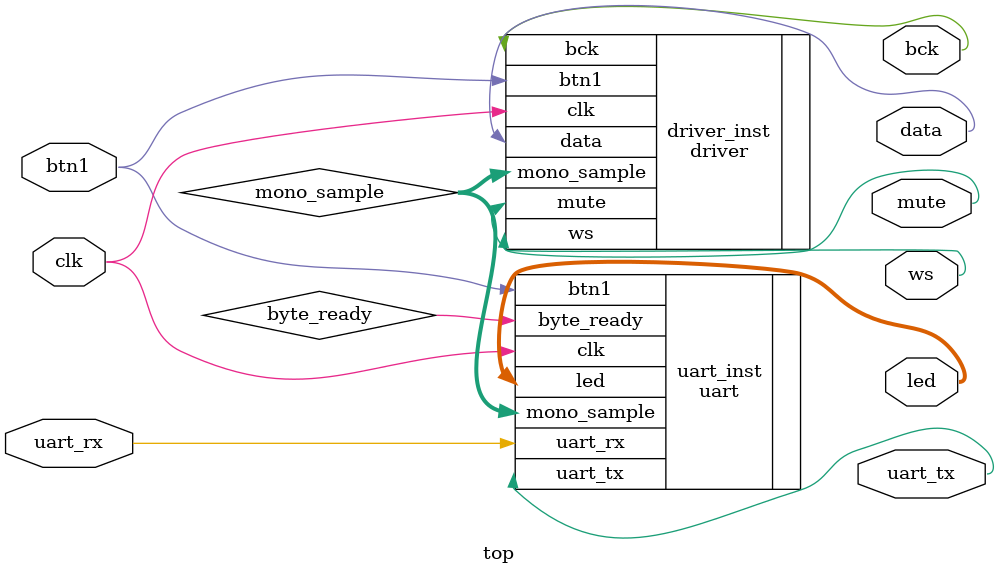
<source format=v>
module top (
    input clk,          // 27 MHz
    input uart_rx,
    output uart_tx,
    input btn1,
    output bck,
    output ws,
    output data,
    output mute,
    output [5:0] led
);

wire [23:0] mono_sample;
wire byte_ready;


uart uart_inst (
    .clk(clk),
    .uart_rx(uart_rx),
    .uart_tx(uart_tx),
    .led(led),
    .btn1(btn1),
    .mono_sample(mono_sample),
    .byte_ready(byte_ready)
);

driver driver_inst (
    .clk(clk),
    .btn1(btn1),
    .bck(bck),
    .ws(ws),
    .data(data),
    .mute(mute),
    .mono_sample(mono_sample)
   // .sample_valid(sample_valid)
);

endmodule
</source>
